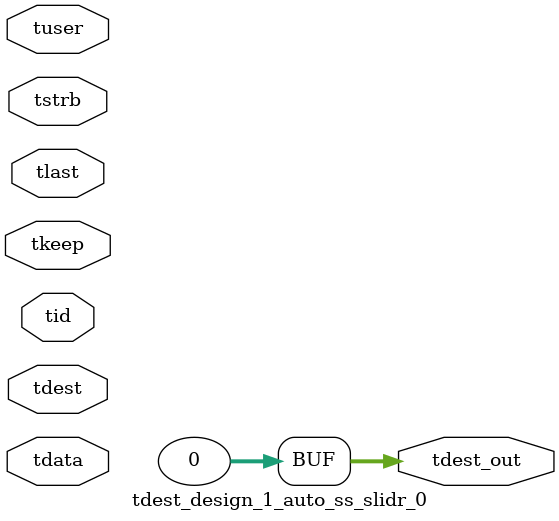
<source format=v>


`timescale 1ps/1ps

module tdest_design_1_auto_ss_slidr_0 #
(
parameter C_S_AXIS_TDATA_WIDTH = 32,
parameter C_S_AXIS_TUSER_WIDTH = 0,
parameter C_S_AXIS_TID_WIDTH   = 0,
parameter C_S_AXIS_TDEST_WIDTH = 0,
parameter C_M_AXIS_TDEST_WIDTH = 32
)
(
input  [(C_S_AXIS_TDATA_WIDTH == 0 ? 1 : C_S_AXIS_TDATA_WIDTH)-1:0     ] tdata,
input  [(C_S_AXIS_TUSER_WIDTH == 0 ? 1 : C_S_AXIS_TUSER_WIDTH)-1:0     ] tuser,
input  [(C_S_AXIS_TID_WIDTH   == 0 ? 1 : C_S_AXIS_TID_WIDTH)-1:0       ] tid,
input  [(C_S_AXIS_TDEST_WIDTH == 0 ? 1 : C_S_AXIS_TDEST_WIDTH)-1:0     ] tdest,
input  [(C_S_AXIS_TDATA_WIDTH/8)-1:0 ] tkeep,
input  [(C_S_AXIS_TDATA_WIDTH/8)-1:0 ] tstrb,
input                                                                    tlast,
output [C_M_AXIS_TDEST_WIDTH-1:0] tdest_out
);

assign tdest_out = {8'b00000000};

endmodule


</source>
